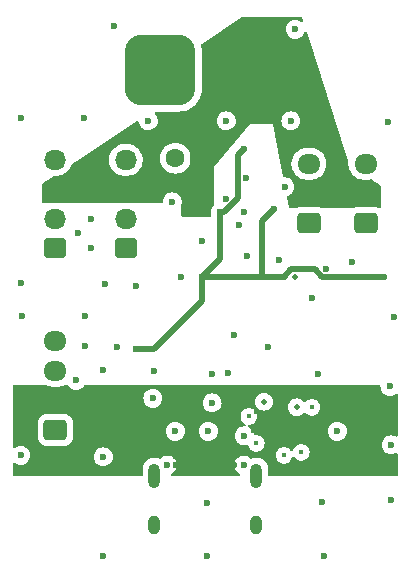
<source format=gbr>
%TF.GenerationSoftware,KiCad,Pcbnew,8.0.9-8.0.9-0~ubuntu22.04.1*%
%TF.CreationDate,2025-08-01T23:19:18+09:00*%
%TF.ProjectId,USB2DXL,55534232-4458-44c2-9e6b-696361645f70,rev?*%
%TF.SameCoordinates,Original*%
%TF.FileFunction,Copper,L3,Inr*%
%TF.FilePolarity,Positive*%
%FSLAX46Y46*%
G04 Gerber Fmt 4.6, Leading zero omitted, Abs format (unit mm)*
G04 Created by KiCad (PCBNEW 8.0.9-8.0.9-0~ubuntu22.04.1) date 2025-08-01 23:19:18*
%MOMM*%
%LPD*%
G01*
G04 APERTURE LIST*
G04 Aperture macros list*
%AMRoundRect*
0 Rectangle with rounded corners*
0 $1 Rounding radius*
0 $2 $3 $4 $5 $6 $7 $8 $9 X,Y pos of 4 corners*
0 Add a 4 corners polygon primitive as box body*
4,1,4,$2,$3,$4,$5,$6,$7,$8,$9,$2,$3,0*
0 Add four circle primitives for the rounded corners*
1,1,$1+$1,$2,$3*
1,1,$1+$1,$4,$5*
1,1,$1+$1,$6,$7*
1,1,$1+$1,$8,$9*
0 Add four rect primitives between the rounded corners*
20,1,$1+$1,$2,$3,$4,$5,0*
20,1,$1+$1,$4,$5,$6,$7,0*
20,1,$1+$1,$6,$7,$8,$9,0*
20,1,$1+$1,$8,$9,$2,$3,0*%
G04 Aperture macros list end*
%TA.AperFunction,ComponentPad*%
%ADD10RoundRect,0.250000X0.675000X-0.600000X0.675000X0.600000X-0.675000X0.600000X-0.675000X-0.600000X0*%
%TD*%
%TA.AperFunction,ComponentPad*%
%ADD11O,1.850000X1.700000*%
%TD*%
%TA.AperFunction,ComponentPad*%
%ADD12RoundRect,0.250000X0.725000X-0.600000X0.725000X0.600000X-0.725000X0.600000X-0.725000X-0.600000X0*%
%TD*%
%TA.AperFunction,ComponentPad*%
%ADD13O,1.950000X1.700000*%
%TD*%
%TA.AperFunction,HeatsinkPad*%
%ADD14O,1.000000X2.100000*%
%TD*%
%TA.AperFunction,HeatsinkPad*%
%ADD15O,1.000000X1.600000*%
%TD*%
%TA.AperFunction,ComponentPad*%
%ADD16R,1.600000X1.600000*%
%TD*%
%TA.AperFunction,ComponentPad*%
%ADD17C,1.600000*%
%TD*%
%TA.AperFunction,ComponentPad*%
%ADD18RoundRect,1.500000X-1.500000X-1.500000X1.500000X-1.500000X1.500000X1.500000X-1.500000X1.500000X0*%
%TD*%
%TA.AperFunction,ComponentPad*%
%ADD19C,6.000000*%
%TD*%
%TA.AperFunction,ViaPad*%
%ADD20C,0.500000*%
%TD*%
%TA.AperFunction,ViaPad*%
%ADD21C,0.600000*%
%TD*%
%TA.AperFunction,ViaPad*%
%ADD22C,0.400000*%
%TD*%
%TA.AperFunction,Conductor*%
%ADD23C,0.500000*%
%TD*%
G04 APERTURE END LIST*
D10*
%TO.N,/DATA-*%
%TO.C,J7*%
X108839000Y-79856000D03*
D11*
%TO.N,/DATA+*%
X108839000Y-77356000D03*
%TO.N,+12V*%
X108839000Y-74856000D03*
%TO.N,GNDPWR*%
X108839000Y-72356000D03*
%TD*%
D12*
%TO.N,GND*%
%TO.C,J4*%
X102870000Y-95209000D03*
D13*
%TO.N,+5V*%
X102870000Y-92709000D03*
%TO.N,/TX_pin*%
X102870000Y-90209000D03*
%TO.N,/RXD*%
X102870000Y-87709000D03*
%TD*%
D14*
%TO.N,GND*%
%TO.C,J2*%
X111250000Y-99105000D03*
D15*
X111250000Y-103285000D03*
D14*
X119890000Y-99105000D03*
D15*
X119890000Y-103285000D03*
%TD*%
D13*
%TO.N,/DATA*%
%TO.C,J3*%
X124333000Y-72683000D03*
%TO.N,+12V*%
X124333000Y-75183000D03*
D12*
%TO.N,GNDPWR*%
X124333000Y-77683000D03*
%TD*%
D16*
%TO.N,+12V*%
%TO.C,C10*%
X115030000Y-72222000D03*
D17*
%TO.N,GNDPWR*%
X113030000Y-72222000D03*
%TD*%
D10*
%TO.N,/DATA-*%
%TO.C,J6*%
X102870000Y-79849000D03*
D11*
%TO.N,/DATA+*%
X102870000Y-77349000D03*
%TO.N,+12V*%
X102870000Y-74849000D03*
%TO.N,GNDPWR*%
X102870000Y-72349000D03*
%TD*%
D18*
%TO.N,GNDPWR*%
%TO.C,J1*%
X111760000Y-64770000D03*
D19*
%TO.N,+12V*%
X118960000Y-64770000D03*
%TD*%
D12*
%TO.N,GNDPWR*%
%TO.C,J5*%
X129159000Y-77683000D03*
D13*
%TO.N,+12V*%
X129159000Y-75183000D03*
%TO.N,/DATA*%
X129159000Y-72683000D03*
%TD*%
D20*
%TO.N,GNDPWR*%
X123162000Y-82255000D03*
%TO.N,GND*%
X123317000Y-93304000D03*
X120523000Y-92824000D03*
D21*
%TO.N,+5VP*%
X118868000Y-71460000D03*
%TO.N,GNDPWR*%
X118999000Y-73873000D03*
%TO.N,+5VP*%
X121412000Y-76540000D03*
X116840000Y-76792000D03*
X122202000Y-82255000D03*
X130685000Y-82255000D03*
%TO.N,GNDPWR*%
X128016000Y-80985000D03*
X122301000Y-74635000D03*
X117348000Y-75651000D03*
X107823000Y-61046000D03*
X123190000Y-61300000D03*
X131064000Y-69174000D03*
X122809000Y-69047000D03*
X117348000Y-69047000D03*
X110744000Y-69047000D03*
X105283000Y-68793000D03*
X99949000Y-68793000D03*
X104775000Y-78572000D03*
X99949000Y-82763000D03*
X107061000Y-82890000D03*
X109728000Y-83017000D03*
X125755400Y-81569200D03*
X121793000Y-80858000D03*
X119126000Y-80477000D03*
X120904000Y-88224000D03*
X131572000Y-85684000D03*
X108077000Y-88224000D03*
%TO.N,GND*%
X115824000Y-95336000D03*
X118872000Y-95717000D03*
X131318000Y-101178000D03*
X115697000Y-101432000D03*
X125476000Y-101305000D03*
X125603000Y-105877000D03*
X115697000Y-105877000D03*
X131318000Y-96479000D03*
X126746000Y-95336000D03*
X125095000Y-90510000D03*
X131191000Y-91526000D03*
X106934000Y-90129000D03*
%TO.N,+5VP*%
X109672000Y-88351000D03*
%TO.N,Net-(U4-RO)*%
X117983000Y-87208000D03*
X118411000Y-77876000D03*
%TO.N,/TX*%
X118872000Y-76794000D03*
X124587000Y-84024000D03*
%TO.N,GND*%
X111125000Y-92542000D03*
X113030000Y-95336000D03*
X104648000Y-91018000D03*
X106934000Y-97495000D03*
X106934000Y-105877000D03*
X99949000Y-97368000D03*
X100076000Y-85557000D03*
X105410000Y-85557000D03*
X105410000Y-88097000D03*
X111252000Y-90256000D03*
X117475000Y-90383000D03*
%TO.N,+5V*%
X131572000Y-95082000D03*
X124921000Y-96418000D03*
D22*
X119888000Y-93685000D03*
X119634000Y-95336000D03*
%TO.N,/TX_pin*%
X119888000Y-96352000D03*
%TO.N,/TX_usb*%
X122221000Y-97368000D03*
%TO.N,/TXD*%
X124587000Y-93304000D03*
X123698000Y-97114000D03*
%TO.N,+5V*%
X117348000Y-94574000D03*
X117348000Y-93280000D03*
D21*
%TO.N,/TXNOW*%
X116138205Y-92922553D03*
X116128500Y-90494000D03*
%TO.N,+5V*%
X112522000Y-96987000D03*
X108458000Y-97749000D03*
%TO.N,/DATA-*%
X105918000Y-79849000D03*
%TO.N,/DATA+*%
X105918000Y-77349000D03*
%TO.N,GNDPWR*%
X113538000Y-82255000D03*
X115273500Y-79207000D03*
%TO.N,+5VP*%
X115316000Y-82255000D03*
%TO.N,GNDPWR*%
X112776000Y-75905000D03*
%TO.N,+12V*%
X115443000Y-76794000D03*
X115443000Y-75946000D03*
%TO.N,GND*%
X118820000Y-98190000D03*
X112320000Y-98190000D03*
%TO.N,+5V*%
X113120000Y-98190000D03*
X118020000Y-98190000D03*
D22*
%TO.N,/TX_usb*%
X119253000Y-94066000D03*
%TD*%
D23*
%TO.N,+5VP*%
X109672000Y-88351000D02*
X111252000Y-88351000D01*
X111252000Y-88351000D02*
X115316000Y-84287000D01*
X115316000Y-84287000D02*
X115316000Y-82255000D01*
X122202000Y-82255000D02*
X122837000Y-81620000D01*
X122837000Y-81620000D02*
X124810761Y-81620000D01*
X124810761Y-81620000D02*
X125445761Y-82255000D01*
X125445761Y-82255000D02*
X130685000Y-82255000D01*
X120396000Y-82255000D02*
X122202000Y-82255000D01*
X115316000Y-82255000D02*
X120396000Y-82255000D01*
X120396000Y-82255000D02*
X120396000Y-77556000D01*
X120396000Y-77556000D02*
X121412000Y-76540000D01*
X118868000Y-71460000D02*
X118349000Y-71979000D01*
X118349000Y-71979000D02*
X118349000Y-75602999D01*
X118349000Y-75602999D02*
X117159999Y-76792000D01*
X117159999Y-76792000D02*
X116840000Y-76792000D01*
X116840000Y-76792000D02*
X116840000Y-80731000D01*
X116840000Y-80731000D02*
X115316000Y-82255000D01*
%TD*%
%TA.AperFunction,Conductor*%
%TO.N,+5V*%
G36*
X102132300Y-91412515D02*
G01*
X102226588Y-91460557D01*
X102428757Y-91526246D01*
X102638713Y-91559500D01*
X102638714Y-91559500D01*
X103101286Y-91559500D01*
X103101287Y-91559500D01*
X103311243Y-91526246D01*
X103513412Y-91460557D01*
X103607700Y-91412515D01*
X103663995Y-91399000D01*
X103873458Y-91399000D01*
X103940497Y-91418685D01*
X103978450Y-91457026D01*
X104018184Y-91520262D01*
X104145738Y-91647816D01*
X104298478Y-91743789D01*
X104468745Y-91803368D01*
X104468750Y-91803369D01*
X104647996Y-91823565D01*
X104648000Y-91823565D01*
X104648004Y-91823565D01*
X104827249Y-91803369D01*
X104827252Y-91803368D01*
X104827255Y-91803368D01*
X104997522Y-91743789D01*
X105150262Y-91647816D01*
X105277816Y-91520262D01*
X105317549Y-91457026D01*
X105369882Y-91410737D01*
X105422542Y-91399000D01*
X130261435Y-91399000D01*
X130328474Y-91418685D01*
X130374229Y-91471489D01*
X130384584Y-91519088D01*
X130384655Y-91519081D01*
X130384732Y-91519772D01*
X130385435Y-91523000D01*
X130385435Y-91526003D01*
X130405630Y-91705249D01*
X130405631Y-91705254D01*
X130465211Y-91875523D01*
X130488247Y-91912184D01*
X130561184Y-92028262D01*
X130688738Y-92155816D01*
X130841478Y-92251789D01*
X130958501Y-92292737D01*
X131011745Y-92311368D01*
X131011750Y-92311369D01*
X131190996Y-92331565D01*
X131191000Y-92331565D01*
X131191004Y-92331565D01*
X131370249Y-92311369D01*
X131370252Y-92311368D01*
X131370255Y-92311368D01*
X131540522Y-92251789D01*
X131689529Y-92158161D01*
X131756764Y-92139161D01*
X131823599Y-92159528D01*
X131868814Y-92212796D01*
X131879500Y-92263155D01*
X131879500Y-95662044D01*
X131859815Y-95729083D01*
X131807011Y-95774838D01*
X131737853Y-95784782D01*
X131689528Y-95767038D01*
X131667523Y-95753211D01*
X131497254Y-95693631D01*
X131497249Y-95693630D01*
X131318004Y-95673435D01*
X131317996Y-95673435D01*
X131138750Y-95693630D01*
X131138745Y-95693631D01*
X130968476Y-95753211D01*
X130815737Y-95849184D01*
X130688184Y-95976737D01*
X130592211Y-96129476D01*
X130532631Y-96299745D01*
X130532630Y-96299750D01*
X130512435Y-96478996D01*
X130512435Y-96479003D01*
X130532630Y-96658249D01*
X130532631Y-96658254D01*
X130592211Y-96828523D01*
X130665479Y-96945128D01*
X130688184Y-96981262D01*
X130815738Y-97108816D01*
X130874082Y-97145476D01*
X130959471Y-97199130D01*
X130968478Y-97204789D01*
X131085092Y-97245594D01*
X131138745Y-97264368D01*
X131138750Y-97264369D01*
X131317996Y-97284565D01*
X131318000Y-97284565D01*
X131318004Y-97284565D01*
X131497249Y-97264369D01*
X131497252Y-97264368D01*
X131497255Y-97264368D01*
X131667522Y-97204789D01*
X131689526Y-97190962D01*
X131756762Y-97171961D01*
X131823597Y-97192327D01*
X131868813Y-97245594D01*
X131879500Y-97295955D01*
X131879500Y-99022000D01*
X131859815Y-99089039D01*
X131807011Y-99134794D01*
X131755500Y-99146000D01*
X121014500Y-99146000D01*
X120947461Y-99126315D01*
X120901706Y-99073511D01*
X120890500Y-99022000D01*
X120890500Y-98456456D01*
X120852052Y-98263170D01*
X120852051Y-98263169D01*
X120852051Y-98263165D01*
X120852049Y-98263160D01*
X120776635Y-98081092D01*
X120776628Y-98081079D01*
X120667139Y-97917218D01*
X120667136Y-97917214D01*
X120527785Y-97777863D01*
X120527781Y-97777860D01*
X120363920Y-97668371D01*
X120363907Y-97668364D01*
X120181839Y-97592950D01*
X120181829Y-97592947D01*
X119988543Y-97554500D01*
X119988541Y-97554500D01*
X119791459Y-97554500D01*
X119791457Y-97554500D01*
X119598171Y-97592947D01*
X119598168Y-97592948D01*
X119598166Y-97592948D01*
X119598165Y-97592949D01*
X119560264Y-97608648D01*
X119502785Y-97632456D01*
X119433316Y-97639924D01*
X119370837Y-97608648D01*
X119367653Y-97605575D01*
X119322262Y-97560184D01*
X119169523Y-97464211D01*
X118999254Y-97404631D01*
X118999249Y-97404630D01*
X118820004Y-97384435D01*
X118819996Y-97384435D01*
X118640750Y-97404630D01*
X118640745Y-97404631D01*
X118470476Y-97464211D01*
X118317737Y-97560184D01*
X118190184Y-97687737D01*
X118094211Y-97840476D01*
X118034631Y-98010745D01*
X118034630Y-98010750D01*
X118014435Y-98189996D01*
X118014435Y-98190003D01*
X118034630Y-98369249D01*
X118034631Y-98369254D01*
X118094211Y-98539523D01*
X118190184Y-98692262D01*
X118317738Y-98819816D01*
X118381540Y-98859905D01*
X118472414Y-98917006D01*
X118518705Y-98969341D01*
X118529353Y-99038395D01*
X118500978Y-99102243D01*
X118442588Y-99140615D01*
X118406442Y-99146000D01*
X112733558Y-99146000D01*
X112666519Y-99126315D01*
X112620764Y-99073511D01*
X112610820Y-99004353D01*
X112639845Y-98940797D01*
X112667586Y-98917006D01*
X112721123Y-98883365D01*
X112822262Y-98819816D01*
X112949816Y-98692262D01*
X113045789Y-98539522D01*
X113105368Y-98369255D01*
X113105369Y-98369249D01*
X113125565Y-98190003D01*
X113125565Y-98189996D01*
X113105369Y-98010750D01*
X113105368Y-98010745D01*
X113045788Y-97840476D01*
X112968531Y-97717523D01*
X112949816Y-97687738D01*
X112822262Y-97560184D01*
X112790647Y-97540319D01*
X112669523Y-97464211D01*
X112499254Y-97404631D01*
X112499249Y-97404630D01*
X112320004Y-97384435D01*
X112319996Y-97384435D01*
X112140750Y-97404630D01*
X112140745Y-97404631D01*
X111970476Y-97464211D01*
X111817734Y-97560186D01*
X111772344Y-97605576D01*
X111711021Y-97639060D01*
X111641329Y-97634075D01*
X111637211Y-97632455D01*
X111541835Y-97592949D01*
X111541829Y-97592947D01*
X111348543Y-97554500D01*
X111348541Y-97554500D01*
X111151459Y-97554500D01*
X111151457Y-97554500D01*
X110958170Y-97592947D01*
X110958160Y-97592950D01*
X110776092Y-97668364D01*
X110776079Y-97668371D01*
X110612218Y-97777860D01*
X110612214Y-97777863D01*
X110472863Y-97917214D01*
X110472860Y-97917218D01*
X110363371Y-98081079D01*
X110363364Y-98081092D01*
X110287950Y-98263160D01*
X110287947Y-98263170D01*
X110249500Y-98456456D01*
X110249500Y-99022000D01*
X110229815Y-99089039D01*
X110177011Y-99134794D01*
X110125500Y-99146000D01*
X99384500Y-99146000D01*
X99317461Y-99126315D01*
X99271706Y-99073511D01*
X99260500Y-99022000D01*
X99260500Y-98105155D01*
X99280185Y-98038116D01*
X99332989Y-97992361D01*
X99402147Y-97982417D01*
X99450469Y-98000160D01*
X99510875Y-98038116D01*
X99599475Y-98093788D01*
X99769745Y-98153368D01*
X99769750Y-98153369D01*
X99948996Y-98173565D01*
X99949000Y-98173565D01*
X99949004Y-98173565D01*
X100128249Y-98153369D01*
X100128252Y-98153368D01*
X100128255Y-98153368D01*
X100298522Y-98093789D01*
X100451262Y-97997816D01*
X100578816Y-97870262D01*
X100674789Y-97717522D01*
X100734368Y-97547255D01*
X100734369Y-97547249D01*
X100740256Y-97494996D01*
X106128435Y-97494996D01*
X106128435Y-97495003D01*
X106148630Y-97674249D01*
X106148631Y-97674254D01*
X106208211Y-97844523D01*
X106253886Y-97917214D01*
X106304184Y-97997262D01*
X106431738Y-98124816D01*
X106584478Y-98220789D01*
X106705582Y-98263165D01*
X106754745Y-98280368D01*
X106754750Y-98280369D01*
X106933996Y-98300565D01*
X106934000Y-98300565D01*
X106934004Y-98300565D01*
X107113249Y-98280369D01*
X107113252Y-98280368D01*
X107113255Y-98280368D01*
X107283522Y-98220789D01*
X107436262Y-98124816D01*
X107563816Y-97997262D01*
X107659789Y-97844522D01*
X107719368Y-97674255D01*
X107720031Y-97668371D01*
X107739565Y-97495003D01*
X107739565Y-97494996D01*
X107725256Y-97368000D01*
X121515355Y-97368000D01*
X121535859Y-97536869D01*
X121535860Y-97536874D01*
X121596182Y-97695931D01*
X121649925Y-97773790D01*
X121692817Y-97835929D01*
X121784569Y-97917214D01*
X121820150Y-97948736D01*
X121938308Y-98010750D01*
X121970775Y-98027790D01*
X122135944Y-98068500D01*
X122306056Y-98068500D01*
X122471225Y-98027790D01*
X122557675Y-97982417D01*
X122621849Y-97948736D01*
X122621850Y-97948734D01*
X122621852Y-97948734D01*
X122749183Y-97835929D01*
X122845818Y-97695930D01*
X122904833Y-97540317D01*
X122947009Y-97484616D01*
X123012606Y-97460558D01*
X123080797Y-97475784D01*
X123122823Y-97513848D01*
X123169815Y-97581927D01*
X123297150Y-97694736D01*
X123447773Y-97773789D01*
X123447775Y-97773790D01*
X123612944Y-97814500D01*
X123783056Y-97814500D01*
X123948225Y-97773790D01*
X124055434Y-97717522D01*
X124098849Y-97694736D01*
X124098850Y-97694734D01*
X124098852Y-97694734D01*
X124226183Y-97581929D01*
X124322818Y-97441930D01*
X124383140Y-97282872D01*
X124403645Y-97114000D01*
X124383140Y-96945128D01*
X124378440Y-96932736D01*
X124335658Y-96819927D01*
X124322818Y-96786070D01*
X124226183Y-96646071D01*
X124098852Y-96533266D01*
X124098849Y-96533263D01*
X123948226Y-96454210D01*
X123783056Y-96413500D01*
X123612944Y-96413500D01*
X123447773Y-96454210D01*
X123297150Y-96533263D01*
X123169816Y-96646072D01*
X123073182Y-96786068D01*
X123073182Y-96786069D01*
X123014167Y-96941681D01*
X122971989Y-96997384D01*
X122906392Y-97021441D01*
X122838201Y-97006214D01*
X122796176Y-96968152D01*
X122749183Y-96900071D01*
X122621852Y-96787266D01*
X122621849Y-96787263D01*
X122471226Y-96708210D01*
X122306056Y-96667500D01*
X122135944Y-96667500D01*
X121970773Y-96708210D01*
X121820150Y-96787263D01*
X121692816Y-96900072D01*
X121596182Y-97040068D01*
X121535860Y-97199125D01*
X121535859Y-97199130D01*
X121515355Y-97368000D01*
X107725256Y-97368000D01*
X107719369Y-97315750D01*
X107719368Y-97315745D01*
X107680542Y-97204788D01*
X107659789Y-97145478D01*
X107563816Y-96992738D01*
X107436262Y-96865184D01*
X107283523Y-96769211D01*
X107113254Y-96709631D01*
X107113249Y-96709630D01*
X106934004Y-96689435D01*
X106933996Y-96689435D01*
X106754750Y-96709630D01*
X106754745Y-96709631D01*
X106584476Y-96769211D01*
X106431737Y-96865184D01*
X106304184Y-96992737D01*
X106208211Y-97145476D01*
X106148631Y-97315745D01*
X106148630Y-97315750D01*
X106128435Y-97494996D01*
X100740256Y-97494996D01*
X100754565Y-97368003D01*
X100754565Y-97367996D01*
X100734369Y-97188750D01*
X100734368Y-97188745D01*
X100719228Y-97145478D01*
X100674789Y-97018478D01*
X100658615Y-96992738D01*
X100620912Y-96932734D01*
X100578816Y-96865738D01*
X100451262Y-96738184D01*
X100405822Y-96709632D01*
X100298523Y-96642211D01*
X100128254Y-96582631D01*
X100128249Y-96582630D01*
X99949004Y-96562435D01*
X99948996Y-96562435D01*
X99769750Y-96582630D01*
X99769745Y-96582631D01*
X99599476Y-96642211D01*
X99450472Y-96735838D01*
X99383236Y-96754838D01*
X99316400Y-96734470D01*
X99271186Y-96681203D01*
X99260500Y-96630844D01*
X99260500Y-94558983D01*
X101394500Y-94558983D01*
X101394500Y-95859001D01*
X101394501Y-95859018D01*
X101405000Y-95961796D01*
X101405001Y-95961799D01*
X101460185Y-96128331D01*
X101460187Y-96128336D01*
X101468347Y-96141565D01*
X101552288Y-96277656D01*
X101676344Y-96401712D01*
X101825666Y-96493814D01*
X101992203Y-96548999D01*
X102094991Y-96559500D01*
X103645008Y-96559499D01*
X103747797Y-96548999D01*
X103914334Y-96493814D01*
X104063656Y-96401712D01*
X104187712Y-96277656D01*
X104279814Y-96128334D01*
X104334999Y-95961797D01*
X104345500Y-95859009D01*
X104345500Y-95335996D01*
X112224435Y-95335996D01*
X112224435Y-95336003D01*
X112244630Y-95515249D01*
X112244631Y-95515254D01*
X112304211Y-95685523D01*
X112360332Y-95774838D01*
X112400184Y-95838262D01*
X112527738Y-95965816D01*
X112680478Y-96061789D01*
X112850745Y-96121368D01*
X112850750Y-96121369D01*
X113029996Y-96141565D01*
X113030000Y-96141565D01*
X113030004Y-96141565D01*
X113209249Y-96121369D01*
X113209252Y-96121368D01*
X113209255Y-96121368D01*
X113379522Y-96061789D01*
X113532262Y-95965816D01*
X113659816Y-95838262D01*
X113755789Y-95685522D01*
X113815368Y-95515255D01*
X113815369Y-95515249D01*
X113835565Y-95336003D01*
X113835565Y-95335996D01*
X115018435Y-95335996D01*
X115018435Y-95336003D01*
X115038630Y-95515249D01*
X115038631Y-95515254D01*
X115098211Y-95685523D01*
X115154332Y-95774838D01*
X115194184Y-95838262D01*
X115321738Y-95965816D01*
X115474478Y-96061789D01*
X115644745Y-96121368D01*
X115644750Y-96121369D01*
X115823996Y-96141565D01*
X115824000Y-96141565D01*
X115824004Y-96141565D01*
X116003249Y-96121369D01*
X116003252Y-96121368D01*
X116003255Y-96121368D01*
X116173522Y-96061789D01*
X116326262Y-95965816D01*
X116453816Y-95838262D01*
X116530013Y-95716996D01*
X118066435Y-95716996D01*
X118066435Y-95717003D01*
X118086630Y-95896249D01*
X118086631Y-95896254D01*
X118146211Y-96066523D01*
X118219479Y-96183128D01*
X118242184Y-96219262D01*
X118369738Y-96346816D01*
X118522478Y-96442789D01*
X118625952Y-96478996D01*
X118692745Y-96502368D01*
X118692750Y-96502369D01*
X118871996Y-96522565D01*
X118872000Y-96522565D01*
X118872004Y-96522565D01*
X119051249Y-96502369D01*
X119051250Y-96502368D01*
X119051255Y-96502368D01*
X119064852Y-96497609D01*
X119134630Y-96494047D01*
X119195258Y-96528776D01*
X119221749Y-96570680D01*
X119263182Y-96679930D01*
X119263182Y-96679931D01*
X119324809Y-96769211D01*
X119359817Y-96819929D01*
X119450278Y-96900070D01*
X119487150Y-96932736D01*
X119610327Y-96997384D01*
X119637775Y-97011790D01*
X119802944Y-97052500D01*
X119973056Y-97052500D01*
X120138225Y-97011790D01*
X120221371Y-96968151D01*
X120288849Y-96932736D01*
X120288850Y-96932734D01*
X120288852Y-96932734D01*
X120416183Y-96819929D01*
X120512818Y-96679930D01*
X120573140Y-96520872D01*
X120593645Y-96352000D01*
X120573140Y-96183128D01*
X120552358Y-96128331D01*
X120512817Y-96024068D01*
X120432991Y-95908422D01*
X120416183Y-95884071D01*
X120321316Y-95800026D01*
X120288849Y-95771263D01*
X120138226Y-95692210D01*
X119973056Y-95651500D01*
X119802944Y-95651500D01*
X119802940Y-95651500D01*
X119796136Y-95652326D01*
X119727213Y-95640864D01*
X119675428Y-95593959D01*
X119657972Y-95543108D01*
X119657368Y-95537745D01*
X119597789Y-95367478D01*
X119578008Y-95335996D01*
X125940435Y-95335996D01*
X125940435Y-95336003D01*
X125960630Y-95515249D01*
X125960631Y-95515254D01*
X126020211Y-95685523D01*
X126076332Y-95774838D01*
X126116184Y-95838262D01*
X126243738Y-95965816D01*
X126396478Y-96061789D01*
X126566745Y-96121368D01*
X126566750Y-96121369D01*
X126745996Y-96141565D01*
X126746000Y-96141565D01*
X126746004Y-96141565D01*
X126925249Y-96121369D01*
X126925252Y-96121368D01*
X126925255Y-96121368D01*
X127095522Y-96061789D01*
X127248262Y-95965816D01*
X127375816Y-95838262D01*
X127471789Y-95685522D01*
X127531368Y-95515255D01*
X127531369Y-95515249D01*
X127551565Y-95336003D01*
X127551565Y-95335996D01*
X127531369Y-95156750D01*
X127531368Y-95156745D01*
X127471789Y-94986478D01*
X127375816Y-94833738D01*
X127248262Y-94706184D01*
X127204547Y-94678716D01*
X127095523Y-94610211D01*
X126925254Y-94550631D01*
X126925249Y-94550630D01*
X126746004Y-94530435D01*
X126745996Y-94530435D01*
X126566750Y-94550630D01*
X126566745Y-94550631D01*
X126396476Y-94610211D01*
X126243737Y-94706184D01*
X126116184Y-94833737D01*
X126020211Y-94986476D01*
X125960631Y-95156745D01*
X125960630Y-95156750D01*
X125940435Y-95335996D01*
X119578008Y-95335996D01*
X119501816Y-95214738D01*
X119374262Y-95087184D01*
X119228339Y-94995494D01*
X119182048Y-94943159D01*
X119171400Y-94874105D01*
X119199775Y-94810257D01*
X119258165Y-94771885D01*
X119294311Y-94766500D01*
X119338056Y-94766500D01*
X119503225Y-94725790D01*
X119592916Y-94678716D01*
X119653849Y-94646736D01*
X119653850Y-94646734D01*
X119653852Y-94646734D01*
X119781183Y-94533929D01*
X119877818Y-94393930D01*
X119938140Y-94234872D01*
X119958645Y-94066000D01*
X119938140Y-93897128D01*
X119933440Y-93884736D01*
X119891782Y-93774890D01*
X119877818Y-93738070D01*
X119781183Y-93598071D01*
X119653852Y-93485266D01*
X119653849Y-93485263D01*
X119503226Y-93406210D01*
X119338056Y-93365500D01*
X119167944Y-93365500D01*
X119002773Y-93406210D01*
X118852150Y-93485263D01*
X118724816Y-93598072D01*
X118628182Y-93738068D01*
X118567860Y-93897125D01*
X118567859Y-93897130D01*
X118547355Y-94066000D01*
X118567859Y-94234869D01*
X118567860Y-94234874D01*
X118628182Y-94393931D01*
X118671164Y-94456200D01*
X118724817Y-94533929D01*
X118852148Y-94646734D01*
X118913086Y-94678717D01*
X118963298Y-94727301D01*
X118979273Y-94795320D01*
X118955938Y-94861178D01*
X118900702Y-94903965D01*
X118869344Y-94911733D01*
X118692749Y-94931630D01*
X118692745Y-94931631D01*
X118522476Y-94991211D01*
X118369737Y-95087184D01*
X118242184Y-95214737D01*
X118146211Y-95367476D01*
X118086631Y-95537745D01*
X118086630Y-95537750D01*
X118066435Y-95716996D01*
X116530013Y-95716996D01*
X116549789Y-95685522D01*
X116609368Y-95515255D01*
X116609369Y-95515249D01*
X116629565Y-95336003D01*
X116629565Y-95335996D01*
X116609369Y-95156750D01*
X116609368Y-95156745D01*
X116549789Y-94986478D01*
X116453816Y-94833738D01*
X116326262Y-94706184D01*
X116282547Y-94678716D01*
X116173523Y-94610211D01*
X116003254Y-94550631D01*
X116003249Y-94550630D01*
X115824004Y-94530435D01*
X115823996Y-94530435D01*
X115644750Y-94550630D01*
X115644745Y-94550631D01*
X115474476Y-94610211D01*
X115321737Y-94706184D01*
X115194184Y-94833737D01*
X115098211Y-94986476D01*
X115038631Y-95156745D01*
X115038630Y-95156750D01*
X115018435Y-95335996D01*
X113835565Y-95335996D01*
X113815369Y-95156750D01*
X113815368Y-95156745D01*
X113755789Y-94986478D01*
X113659816Y-94833738D01*
X113532262Y-94706184D01*
X113488547Y-94678716D01*
X113379523Y-94610211D01*
X113209254Y-94550631D01*
X113209249Y-94550630D01*
X113030004Y-94530435D01*
X113029996Y-94530435D01*
X112850750Y-94550630D01*
X112850745Y-94550631D01*
X112680476Y-94610211D01*
X112527737Y-94706184D01*
X112400184Y-94833737D01*
X112304211Y-94986476D01*
X112244631Y-95156745D01*
X112244630Y-95156750D01*
X112224435Y-95335996D01*
X104345500Y-95335996D01*
X104345499Y-94558992D01*
X104334999Y-94456203D01*
X104279814Y-94289666D01*
X104187712Y-94140344D01*
X104063656Y-94016288D01*
X103914334Y-93924186D01*
X103747797Y-93869001D01*
X103747795Y-93869000D01*
X103645010Y-93858500D01*
X102094998Y-93858500D01*
X102094981Y-93858501D01*
X101992203Y-93869000D01*
X101992200Y-93869001D01*
X101825668Y-93924185D01*
X101825663Y-93924187D01*
X101676342Y-94016289D01*
X101552289Y-94140342D01*
X101460187Y-94289663D01*
X101460186Y-94289666D01*
X101405001Y-94456203D01*
X101405001Y-94456204D01*
X101405000Y-94456204D01*
X101394500Y-94558983D01*
X99260500Y-94558983D01*
X99260500Y-92541996D01*
X110319435Y-92541996D01*
X110319435Y-92542003D01*
X110339630Y-92721249D01*
X110339631Y-92721254D01*
X110399211Y-92891523D01*
X110495184Y-93044262D01*
X110622738Y-93171816D01*
X110775478Y-93267789D01*
X110878955Y-93303997D01*
X110945745Y-93327368D01*
X110945750Y-93327369D01*
X111124996Y-93347565D01*
X111125000Y-93347565D01*
X111125004Y-93347565D01*
X111304249Y-93327369D01*
X111304252Y-93327368D01*
X111304255Y-93327368D01*
X111474522Y-93267789D01*
X111627262Y-93171816D01*
X111754816Y-93044262D01*
X111831293Y-92922549D01*
X115332640Y-92922549D01*
X115332640Y-92922556D01*
X115352835Y-93101802D01*
X115352836Y-93101807D01*
X115412416Y-93272076D01*
X115471119Y-93365500D01*
X115508389Y-93424815D01*
X115635943Y-93552369D01*
X115708677Y-93598071D01*
X115762192Y-93631697D01*
X115788683Y-93648342D01*
X115817902Y-93658566D01*
X115958950Y-93707921D01*
X115958955Y-93707922D01*
X116138201Y-93728118D01*
X116138205Y-93728118D01*
X116138209Y-93728118D01*
X116317454Y-93707922D01*
X116317457Y-93707921D01*
X116317460Y-93707921D01*
X116487727Y-93648342D01*
X116640467Y-93552369D01*
X116768021Y-93424815D01*
X116863994Y-93272075D01*
X116923573Y-93101808D01*
X116937740Y-92976070D01*
X116943770Y-92922556D01*
X116943770Y-92922549D01*
X116932666Y-92823997D01*
X119767751Y-92823997D01*
X119767751Y-92824002D01*
X119786685Y-92992056D01*
X119842545Y-93151694D01*
X119842547Y-93151697D01*
X119932518Y-93294884D01*
X119932523Y-93294890D01*
X120052109Y-93414476D01*
X120052115Y-93414481D01*
X120195302Y-93504452D01*
X120195305Y-93504454D01*
X120195309Y-93504455D01*
X120195310Y-93504456D01*
X120267913Y-93529860D01*
X120354943Y-93560314D01*
X120522997Y-93579249D01*
X120523000Y-93579249D01*
X120523003Y-93579249D01*
X120691056Y-93560314D01*
X120691059Y-93560313D01*
X120850690Y-93504456D01*
X120850692Y-93504454D01*
X120850694Y-93504454D01*
X120850697Y-93504452D01*
X120993884Y-93414481D01*
X120993885Y-93414480D01*
X120993890Y-93414477D01*
X121104370Y-93303997D01*
X122561751Y-93303997D01*
X122561751Y-93304002D01*
X122580685Y-93472056D01*
X122636545Y-93631694D01*
X122636547Y-93631697D01*
X122726518Y-93774884D01*
X122726523Y-93774890D01*
X122846109Y-93894476D01*
X122846115Y-93894481D01*
X122989302Y-93984452D01*
X122989305Y-93984454D01*
X122989309Y-93984455D01*
X122989310Y-93984456D01*
X123046593Y-94004500D01*
X123148943Y-94040314D01*
X123316997Y-94059249D01*
X123317000Y-94059249D01*
X123317003Y-94059249D01*
X123485056Y-94040314D01*
X123485059Y-94040313D01*
X123644690Y-93984456D01*
X123644692Y-93984454D01*
X123644694Y-93984454D01*
X123644697Y-93984452D01*
X123787884Y-93894481D01*
X123787884Y-93894480D01*
X123787890Y-93894477D01*
X123897605Y-93784761D01*
X123958924Y-93751279D01*
X124028616Y-93756263D01*
X124067510Y-93779630D01*
X124186147Y-93884733D01*
X124186149Y-93884735D01*
X124336773Y-93963789D01*
X124336775Y-93963790D01*
X124501944Y-94004500D01*
X124672056Y-94004500D01*
X124837225Y-93963790D01*
X124964234Y-93897130D01*
X124987849Y-93884736D01*
X124987850Y-93884734D01*
X124987852Y-93884734D01*
X125115183Y-93771929D01*
X125211818Y-93631930D01*
X125272140Y-93472872D01*
X125292645Y-93304000D01*
X125272140Y-93135128D01*
X125211818Y-92976070D01*
X125115183Y-92836071D01*
X124987852Y-92723266D01*
X124987849Y-92723263D01*
X124837226Y-92644210D01*
X124672056Y-92603500D01*
X124501944Y-92603500D01*
X124336773Y-92644210D01*
X124186150Y-92723263D01*
X124090621Y-92807894D01*
X124072443Y-92824000D01*
X124067510Y-92828370D01*
X124004277Y-92858091D01*
X123935013Y-92848907D01*
X123897602Y-92823235D01*
X123787890Y-92713523D01*
X123787884Y-92713518D01*
X123644697Y-92623547D01*
X123644694Y-92623545D01*
X123485056Y-92567685D01*
X123317003Y-92548751D01*
X123316997Y-92548751D01*
X123148943Y-92567685D01*
X122989305Y-92623545D01*
X122989302Y-92623547D01*
X122846115Y-92713518D01*
X122846109Y-92713523D01*
X122726523Y-92833109D01*
X122726518Y-92833115D01*
X122636547Y-92976302D01*
X122636545Y-92976305D01*
X122580685Y-93135943D01*
X122561751Y-93303997D01*
X121104370Y-93303997D01*
X121113477Y-93294890D01*
X121130506Y-93267789D01*
X121203452Y-93151697D01*
X121203454Y-93151694D01*
X121203454Y-93151692D01*
X121203456Y-93151690D01*
X121259313Y-92992059D01*
X121259313Y-92992058D01*
X121259314Y-92992056D01*
X121278249Y-92824002D01*
X121278249Y-92823997D01*
X121259314Y-92655943D01*
X121221806Y-92548751D01*
X121203456Y-92496310D01*
X121203455Y-92496309D01*
X121203454Y-92496305D01*
X121203452Y-92496302D01*
X121113481Y-92353115D01*
X121113476Y-92353109D01*
X120993890Y-92233523D01*
X120993884Y-92233518D01*
X120850697Y-92143547D01*
X120850694Y-92143545D01*
X120691056Y-92087685D01*
X120523003Y-92068751D01*
X120522997Y-92068751D01*
X120354943Y-92087685D01*
X120195305Y-92143545D01*
X120195302Y-92143547D01*
X120052115Y-92233518D01*
X120052109Y-92233523D01*
X119932523Y-92353109D01*
X119932518Y-92353115D01*
X119842547Y-92496302D01*
X119842545Y-92496305D01*
X119786685Y-92655943D01*
X119767751Y-92823997D01*
X116932666Y-92823997D01*
X116923574Y-92743303D01*
X116923573Y-92743298D01*
X116863994Y-92573031D01*
X116844493Y-92541996D01*
X116768020Y-92420290D01*
X116640467Y-92292737D01*
X116487728Y-92196764D01*
X116317459Y-92137184D01*
X116317454Y-92137183D01*
X116138209Y-92116988D01*
X116138201Y-92116988D01*
X115958955Y-92137183D01*
X115958950Y-92137184D01*
X115788681Y-92196764D01*
X115635942Y-92292737D01*
X115508389Y-92420290D01*
X115412416Y-92573029D01*
X115352836Y-92743298D01*
X115352835Y-92743303D01*
X115332640Y-92922549D01*
X111831293Y-92922549D01*
X111850789Y-92891522D01*
X111910368Y-92721255D01*
X111910369Y-92721249D01*
X111930565Y-92542003D01*
X111930565Y-92541996D01*
X111910369Y-92362750D01*
X111910368Y-92362745D01*
X111865151Y-92233523D01*
X111850789Y-92192478D01*
X111754816Y-92039738D01*
X111627262Y-91912184D01*
X111474523Y-91816211D01*
X111304254Y-91756631D01*
X111304249Y-91756630D01*
X111125004Y-91736435D01*
X111124996Y-91736435D01*
X110945750Y-91756630D01*
X110945745Y-91756631D01*
X110775476Y-91816211D01*
X110622737Y-91912184D01*
X110495184Y-92039737D01*
X110399211Y-92192476D01*
X110339631Y-92362745D01*
X110339630Y-92362750D01*
X110319435Y-92541996D01*
X99260500Y-92541996D01*
X99260500Y-91523000D01*
X99280185Y-91455961D01*
X99332989Y-91410206D01*
X99384500Y-91399000D01*
X102076005Y-91399000D01*
X102132300Y-91412515D01*
G37*
%TD.AperFunction*%
%TD*%
%TA.AperFunction,Conductor*%
%TO.N,+12V*%
G36*
X123738685Y-60250185D02*
G01*
X123784440Y-60302989D01*
X123789747Y-60316708D01*
X123852343Y-60512323D01*
X123854026Y-60582173D01*
X123817679Y-60641844D01*
X123754842Y-60672392D01*
X123685464Y-60664118D01*
X123668270Y-60655109D01*
X123539523Y-60574211D01*
X123369254Y-60514631D01*
X123369249Y-60514630D01*
X123190004Y-60494435D01*
X123189996Y-60494435D01*
X123010750Y-60514630D01*
X123010745Y-60514631D01*
X122840476Y-60574211D01*
X122687737Y-60670184D01*
X122560184Y-60797737D01*
X122464211Y-60950476D01*
X122404631Y-61120745D01*
X122404630Y-61120750D01*
X122384435Y-61299996D01*
X122384435Y-61300003D01*
X122404630Y-61479249D01*
X122404631Y-61479254D01*
X122464211Y-61649523D01*
X122560184Y-61802262D01*
X122687738Y-61929816D01*
X122840478Y-62025789D01*
X123010745Y-62085368D01*
X123010750Y-62085369D01*
X123189996Y-62105565D01*
X123190000Y-62105565D01*
X123190004Y-62105565D01*
X123369249Y-62085369D01*
X123369252Y-62085368D01*
X123369255Y-62085368D01*
X123539522Y-62025789D01*
X123692262Y-61929816D01*
X123819816Y-61802262D01*
X123915789Y-61649522D01*
X123950433Y-61550512D01*
X123991155Y-61493738D01*
X124056107Y-61467990D01*
X124124669Y-61481446D01*
X124175072Y-61529833D01*
X124185576Y-61553676D01*
X127684265Y-72487080D01*
X127688638Y-72544267D01*
X127683500Y-72576711D01*
X127683500Y-72576713D01*
X127683500Y-72789287D01*
X127716754Y-72999243D01*
X127745473Y-73087632D01*
X127782444Y-73201414D01*
X127878951Y-73390820D01*
X128003890Y-73562786D01*
X128154213Y-73713109D01*
X128326179Y-73838048D01*
X128326181Y-73838049D01*
X128326184Y-73838051D01*
X128515588Y-73934557D01*
X128717757Y-74000246D01*
X128927713Y-74033500D01*
X128927714Y-74033500D01*
X129390286Y-74033500D01*
X129390287Y-74033500D01*
X129500111Y-74016105D01*
X129605055Y-73999484D01*
X129605370Y-74001477D01*
X129666644Y-74004507D01*
X129694657Y-74018438D01*
X130373784Y-74471189D01*
X130418644Y-74524753D01*
X130429000Y-74574362D01*
X130429000Y-76289000D01*
X130409315Y-76356039D01*
X130356511Y-76401794D01*
X130305000Y-76413000D01*
X130262518Y-76413000D01*
X130211197Y-76398420D01*
X130209883Y-76401240D01*
X130203332Y-76398185D01*
X130119329Y-76370349D01*
X130036797Y-76343001D01*
X130036795Y-76343000D01*
X129934010Y-76332500D01*
X128383998Y-76332500D01*
X128383981Y-76332501D01*
X128281203Y-76343000D01*
X128281200Y-76343001D01*
X128114667Y-76398185D01*
X128108117Y-76401240D01*
X128106802Y-76398420D01*
X128055482Y-76413000D01*
X125436518Y-76413000D01*
X125385197Y-76398420D01*
X125383883Y-76401240D01*
X125377332Y-76398185D01*
X125293329Y-76370349D01*
X125210797Y-76343001D01*
X125210795Y-76343000D01*
X125108010Y-76332500D01*
X123557998Y-76332500D01*
X123557981Y-76332501D01*
X123455203Y-76343000D01*
X123455200Y-76343001D01*
X123288667Y-76398185D01*
X123282117Y-76401240D01*
X123280802Y-76398420D01*
X123229482Y-76413000D01*
X122784012Y-76413000D01*
X122716973Y-76393315D01*
X122671218Y-76340511D01*
X122662338Y-76312903D01*
X122507296Y-75523599D01*
X122513690Y-75454026D01*
X122556685Y-75398951D01*
X122588014Y-75382661D01*
X122650522Y-75360789D01*
X122803262Y-75264816D01*
X122930816Y-75137262D01*
X123026789Y-74984522D01*
X123086368Y-74814255D01*
X123086369Y-74814249D01*
X123106565Y-74635003D01*
X123106565Y-74634996D01*
X123086369Y-74455750D01*
X123086368Y-74455745D01*
X123026788Y-74285476D01*
X122930815Y-74132737D01*
X122803262Y-74005184D01*
X122650523Y-73909211D01*
X122480254Y-73849631D01*
X122480249Y-73849630D01*
X122301004Y-73829435D01*
X122301003Y-73829435D01*
X122301001Y-73829435D01*
X122301000Y-73829435D01*
X122290785Y-73830585D01*
X122221965Y-73818530D01*
X122170586Y-73771180D01*
X122155231Y-73731268D01*
X121928443Y-72576713D01*
X122857500Y-72576713D01*
X122857500Y-72789287D01*
X122890754Y-72999243D01*
X122919473Y-73087632D01*
X122956444Y-73201414D01*
X123052951Y-73390820D01*
X123177890Y-73562786D01*
X123328213Y-73713109D01*
X123500179Y-73838048D01*
X123500181Y-73838049D01*
X123500184Y-73838051D01*
X123689588Y-73934557D01*
X123891757Y-74000246D01*
X124101713Y-74033500D01*
X124101714Y-74033500D01*
X124564286Y-74033500D01*
X124564287Y-74033500D01*
X124774243Y-74000246D01*
X124976412Y-73934557D01*
X125165816Y-73838051D01*
X125257857Y-73771180D01*
X125337786Y-73713109D01*
X125337788Y-73713106D01*
X125337792Y-73713104D01*
X125488104Y-73562792D01*
X125488106Y-73562788D01*
X125488109Y-73562786D01*
X125613048Y-73390820D01*
X125613047Y-73390820D01*
X125613051Y-73390816D01*
X125709557Y-73201412D01*
X125775246Y-72999243D01*
X125808500Y-72789287D01*
X125808500Y-72576713D01*
X125775246Y-72366757D01*
X125709557Y-72164588D01*
X125613051Y-71975184D01*
X125613049Y-71975181D01*
X125613048Y-71975179D01*
X125488109Y-71803213D01*
X125337786Y-71652890D01*
X125165820Y-71527951D01*
X124976414Y-71431444D01*
X124976413Y-71431443D01*
X124976412Y-71431443D01*
X124774243Y-71365754D01*
X124774241Y-71365753D01*
X124774240Y-71365753D01*
X124612957Y-71340208D01*
X124564287Y-71332500D01*
X124101713Y-71332500D01*
X124053042Y-71340208D01*
X123891760Y-71365753D01*
X123689585Y-71431444D01*
X123500179Y-71527951D01*
X123328213Y-71652890D01*
X123177890Y-71803213D01*
X123052951Y-71975179D01*
X122956444Y-72164585D01*
X122890753Y-72366760D01*
X122862639Y-72544267D01*
X122857500Y-72576713D01*
X121928443Y-72576713D01*
X121285000Y-69301000D01*
X121284999Y-69301000D01*
X119379999Y-69301000D01*
X116332000Y-72983998D01*
X116332000Y-76116560D01*
X116312315Y-76183599D01*
X116295681Y-76204241D01*
X116210184Y-76289737D01*
X116114211Y-76442476D01*
X116054631Y-76612745D01*
X116054630Y-76612750D01*
X116034435Y-76791996D01*
X116034435Y-76792003D01*
X116054630Y-76971249D01*
X116054632Y-76971257D01*
X116068205Y-77010046D01*
X116071766Y-77079825D01*
X116037037Y-77140452D01*
X115975044Y-77172679D01*
X115951163Y-77175000D01*
X113662000Y-77175000D01*
X113594961Y-77155315D01*
X113549206Y-77102511D01*
X113538000Y-77051000D01*
X113538000Y-76172103D01*
X113544959Y-76131148D01*
X113561369Y-76084251D01*
X113581565Y-75905003D01*
X113581565Y-75904996D01*
X113561369Y-75725750D01*
X113561368Y-75725745D01*
X113544282Y-75676917D01*
X113501789Y-75555478D01*
X113405816Y-75402738D01*
X113278262Y-75275184D01*
X113125523Y-75179211D01*
X112955254Y-75119631D01*
X112955249Y-75119630D01*
X112776004Y-75099435D01*
X112775996Y-75099435D01*
X112596750Y-75119630D01*
X112596745Y-75119631D01*
X112426476Y-75179211D01*
X112273737Y-75275184D01*
X112146184Y-75402737D01*
X112050211Y-75555476D01*
X111990631Y-75725745D01*
X111990630Y-75725750D01*
X111970435Y-75904996D01*
X111970435Y-75908000D01*
X111969885Y-75909870D01*
X111969655Y-75911919D01*
X111969296Y-75911878D01*
X111950750Y-75975039D01*
X111897946Y-76020794D01*
X111846435Y-76032000D01*
X109197357Y-76032000D01*
X109177959Y-76030473D01*
X109020287Y-76005500D01*
X108657713Y-76005500D01*
X108500041Y-76030473D01*
X108480643Y-76032000D01*
X103272555Y-76032000D01*
X103253157Y-76030473D01*
X103095483Y-76005500D01*
X103051287Y-75998500D01*
X102688713Y-75998500D01*
X102644517Y-76005500D01*
X102486843Y-76030473D01*
X102467445Y-76032000D01*
X101851000Y-76032000D01*
X101783961Y-76012315D01*
X101738206Y-75959511D01*
X101727000Y-75908000D01*
X101727000Y-74447617D01*
X101746685Y-74380578D01*
X101782547Y-74344224D01*
X102725224Y-73720107D01*
X102791989Y-73699511D01*
X102793677Y-73699500D01*
X103051286Y-73699500D01*
X103051287Y-73699500D01*
X103261243Y-73666246D01*
X103463412Y-73600557D01*
X103652816Y-73504051D01*
X103674789Y-73488086D01*
X103824786Y-73379109D01*
X103824788Y-73379106D01*
X103824792Y-73379104D01*
X103975104Y-73228792D01*
X103975106Y-73228788D01*
X103975109Y-73228786D01*
X104100048Y-73056820D01*
X104100047Y-73056820D01*
X104100051Y-73056816D01*
X104196557Y-72867412D01*
X104233449Y-72753869D01*
X104272882Y-72696200D01*
X104282896Y-72688820D01*
X104946131Y-72249713D01*
X107413500Y-72249713D01*
X107413500Y-72462286D01*
X107446160Y-72668497D01*
X107446754Y-72672243D01*
X107510169Y-72867414D01*
X107512444Y-72874414D01*
X107608951Y-73063820D01*
X107733890Y-73235786D01*
X107884213Y-73386109D01*
X108056179Y-73511048D01*
X108056181Y-73511049D01*
X108056184Y-73511051D01*
X108245588Y-73607557D01*
X108447757Y-73673246D01*
X108657713Y-73706500D01*
X108657714Y-73706500D01*
X109020286Y-73706500D01*
X109020287Y-73706500D01*
X109230243Y-73673246D01*
X109432412Y-73607557D01*
X109621816Y-73511051D01*
X109707583Y-73448738D01*
X109793786Y-73386109D01*
X109793788Y-73386106D01*
X109793792Y-73386104D01*
X109944104Y-73235792D01*
X109944106Y-73235788D01*
X109944109Y-73235786D01*
X110069048Y-73063820D01*
X110069047Y-73063820D01*
X110069051Y-73063816D01*
X110165557Y-72874412D01*
X110231246Y-72672243D01*
X110264500Y-72462287D01*
X110264500Y-72249713D01*
X110260110Y-72221998D01*
X111724532Y-72221998D01*
X111724532Y-72222001D01*
X111744364Y-72448686D01*
X111744366Y-72448697D01*
X111803258Y-72668488D01*
X111803261Y-72668497D01*
X111899431Y-72874732D01*
X111899432Y-72874734D01*
X112029954Y-73061141D01*
X112190858Y-73222045D01*
X112210491Y-73235792D01*
X112377266Y-73352568D01*
X112583504Y-73448739D01*
X112803308Y-73507635D01*
X112965230Y-73521801D01*
X113029998Y-73527468D01*
X113030000Y-73527468D01*
X113030002Y-73527468D01*
X113086673Y-73522509D01*
X113256692Y-73507635D01*
X113476496Y-73448739D01*
X113682734Y-73352568D01*
X113869139Y-73222047D01*
X114030047Y-73061139D01*
X114160568Y-72874734D01*
X114256739Y-72668496D01*
X114315635Y-72448692D01*
X114335468Y-72222000D01*
X114332956Y-72193293D01*
X114319524Y-72039760D01*
X114315635Y-71995308D01*
X114256739Y-71775504D01*
X114160568Y-71569266D01*
X114030047Y-71382861D01*
X114030045Y-71382858D01*
X113869141Y-71221954D01*
X113682734Y-71091432D01*
X113682732Y-71091431D01*
X113476497Y-70995261D01*
X113476488Y-70995258D01*
X113256697Y-70936366D01*
X113256693Y-70936365D01*
X113256692Y-70936365D01*
X113256691Y-70936364D01*
X113256686Y-70936364D01*
X113030002Y-70916532D01*
X113029998Y-70916532D01*
X112803313Y-70936364D01*
X112803302Y-70936366D01*
X112583511Y-70995258D01*
X112583502Y-70995261D01*
X112377267Y-71091431D01*
X112377265Y-71091432D01*
X112190858Y-71221954D01*
X112029954Y-71382858D01*
X111899432Y-71569265D01*
X111899431Y-71569267D01*
X111803261Y-71775502D01*
X111803258Y-71775511D01*
X111744366Y-71995302D01*
X111744364Y-71995313D01*
X111724532Y-72221998D01*
X110260110Y-72221998D01*
X110231246Y-72039757D01*
X110165557Y-71837588D01*
X110069051Y-71648184D01*
X110069049Y-71648181D01*
X110069048Y-71648179D01*
X109944109Y-71476213D01*
X109793786Y-71325890D01*
X109621820Y-71200951D01*
X109432414Y-71104444D01*
X109432413Y-71104443D01*
X109432412Y-71104443D01*
X109230243Y-71038754D01*
X109230241Y-71038753D01*
X109230240Y-71038753D01*
X109068957Y-71013208D01*
X109020287Y-71005500D01*
X108657713Y-71005500D01*
X108609042Y-71013208D01*
X108447760Y-71038753D01*
X108245585Y-71104444D01*
X108056179Y-71200951D01*
X107884213Y-71325890D01*
X107733890Y-71476213D01*
X107608951Y-71648179D01*
X107512444Y-71837585D01*
X107446753Y-72039760D01*
X107413500Y-72249713D01*
X104946131Y-72249713D01*
X109758703Y-69063458D01*
X109825466Y-69042863D01*
X109892767Y-69061634D01*
X109939237Y-69113810D01*
X109950374Y-69152968D01*
X109958630Y-69226250D01*
X109958631Y-69226254D01*
X110018211Y-69396523D01*
X110098010Y-69523522D01*
X110114184Y-69549262D01*
X110241738Y-69676816D01*
X110394478Y-69772789D01*
X110483148Y-69803816D01*
X110564745Y-69832368D01*
X110564750Y-69832369D01*
X110743996Y-69852565D01*
X110744000Y-69852565D01*
X110744004Y-69852565D01*
X110923249Y-69832369D01*
X110923252Y-69832368D01*
X110923255Y-69832368D01*
X111093522Y-69772789D01*
X111246262Y-69676816D01*
X111373816Y-69549262D01*
X111469789Y-69396522D01*
X111529368Y-69226255D01*
X111535256Y-69174000D01*
X111549565Y-69047003D01*
X111549565Y-69046996D01*
X116542435Y-69046996D01*
X116542435Y-69047003D01*
X116562630Y-69226249D01*
X116562631Y-69226254D01*
X116622211Y-69396523D01*
X116702010Y-69523522D01*
X116718184Y-69549262D01*
X116845738Y-69676816D01*
X116998478Y-69772789D01*
X117087148Y-69803816D01*
X117168745Y-69832368D01*
X117168750Y-69832369D01*
X117347996Y-69852565D01*
X117348000Y-69852565D01*
X117348004Y-69852565D01*
X117527249Y-69832369D01*
X117527252Y-69832368D01*
X117527255Y-69832368D01*
X117697522Y-69772789D01*
X117850262Y-69676816D01*
X117977816Y-69549262D01*
X118073789Y-69396522D01*
X118133368Y-69226255D01*
X118139256Y-69174000D01*
X118153565Y-69047003D01*
X118153565Y-69046996D01*
X122003435Y-69046996D01*
X122003435Y-69047003D01*
X122023630Y-69226249D01*
X122023631Y-69226254D01*
X122083211Y-69396523D01*
X122163010Y-69523522D01*
X122179184Y-69549262D01*
X122306738Y-69676816D01*
X122459478Y-69772789D01*
X122548148Y-69803816D01*
X122629745Y-69832368D01*
X122629750Y-69832369D01*
X122808996Y-69852565D01*
X122809000Y-69852565D01*
X122809004Y-69852565D01*
X122988249Y-69832369D01*
X122988252Y-69832368D01*
X122988255Y-69832368D01*
X123158522Y-69772789D01*
X123311262Y-69676816D01*
X123438816Y-69549262D01*
X123534789Y-69396522D01*
X123594368Y-69226255D01*
X123600256Y-69174000D01*
X123614565Y-69047003D01*
X123614565Y-69046996D01*
X123594369Y-68867750D01*
X123594368Y-68867745D01*
X123579228Y-68824478D01*
X123534789Y-68697478D01*
X123518615Y-68671738D01*
X123438815Y-68544737D01*
X123311262Y-68417184D01*
X123158523Y-68321211D01*
X122988254Y-68261631D01*
X122988249Y-68261630D01*
X122809004Y-68241435D01*
X122808996Y-68241435D01*
X122629750Y-68261630D01*
X122629745Y-68261631D01*
X122459476Y-68321211D01*
X122306737Y-68417184D01*
X122179184Y-68544737D01*
X122083211Y-68697476D01*
X122023631Y-68867745D01*
X122023630Y-68867750D01*
X122003435Y-69046996D01*
X118153565Y-69046996D01*
X118133369Y-68867750D01*
X118133368Y-68867745D01*
X118118228Y-68824478D01*
X118073789Y-68697478D01*
X118057615Y-68671738D01*
X117977815Y-68544737D01*
X117850262Y-68417184D01*
X117697523Y-68321211D01*
X117527254Y-68261631D01*
X117527249Y-68261630D01*
X117348004Y-68241435D01*
X117347996Y-68241435D01*
X117168750Y-68261630D01*
X117168745Y-68261631D01*
X116998476Y-68321211D01*
X116845737Y-68417184D01*
X116718184Y-68544737D01*
X116622211Y-68697476D01*
X116562631Y-68867745D01*
X116562630Y-68867750D01*
X116542435Y-69046996D01*
X111549565Y-69046996D01*
X111529369Y-68867750D01*
X111529368Y-68867745D01*
X111514228Y-68824478D01*
X111469789Y-68697478D01*
X111453615Y-68671738D01*
X111373815Y-68544737D01*
X111311259Y-68482181D01*
X111277774Y-68420858D01*
X111282758Y-68351166D01*
X111324630Y-68295233D01*
X111390094Y-68270816D01*
X111398940Y-68270500D01*
X113331448Y-68270500D01*
X113545428Y-68255196D01*
X113608687Y-68241435D01*
X113825037Y-68194371D01*
X113825037Y-68194370D01*
X113825046Y-68194369D01*
X114093161Y-68094367D01*
X114344315Y-67957226D01*
X114573395Y-67785739D01*
X114775739Y-67583395D01*
X114947226Y-67354315D01*
X115084367Y-67103161D01*
X115184369Y-66835046D01*
X115245196Y-66555428D01*
X115260500Y-66341448D01*
X115260500Y-63198552D01*
X115245196Y-62984572D01*
X115191834Y-62739269D01*
X115189000Y-62712911D01*
X115189000Y-62636362D01*
X115208685Y-62569323D01*
X115244215Y-62533189D01*
X118667011Y-60251326D01*
X118733710Y-60230518D01*
X118735794Y-60230500D01*
X123671646Y-60230500D01*
X123738685Y-60250185D01*
G37*
%TD.AperFunction*%
%TD*%
M02*

</source>
